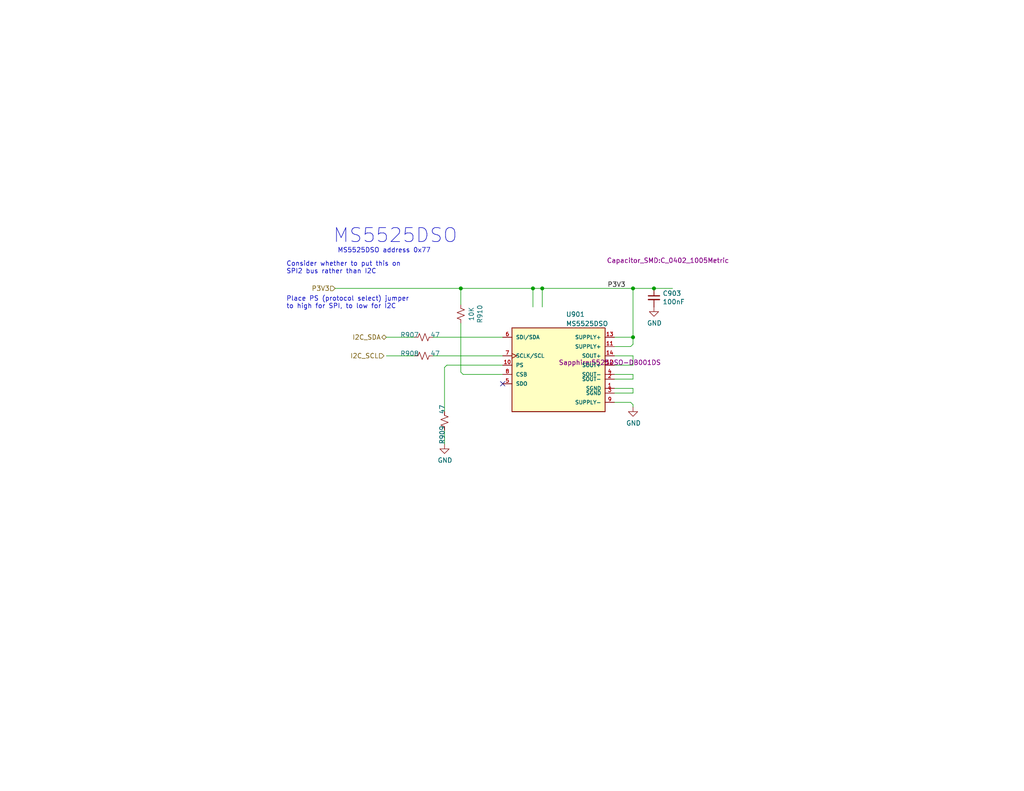
<source format=kicad_sch>
(kicad_sch (version 20211123) (generator eeschema)
  (paper "A")
  (lib_symbols
    (symbol "Device:C_Small" (pin_numbers hide) (pin_names (offset 0.254) hide)
      (property "Reference" "C" (at 0.254 1.778 0))
      (property "Value" "C_Small" (at 0.254 -2.032 0))
      (symbol "C_Small_0_1"
        (polyline (pts (xy -1.524 -0.508) (xy 1.524 -0.508)) (stroke (width 0.3302)))
        (polyline (pts (xy -1.524 0.508) (xy 1.524 0.508)) (stroke (width 0.3048)))
      )
      (symbol "C_Small_1_1"
        (pin passive line (at 0 2.54 270) (length 2.032) (name "~") (number "1"))
        (pin passive line (at 0 -2.54 90) (length 2.032) (name "~") (number "2"))
      )
    )
    (symbol "Device:R_Small_US" (pin_numbers hide) (pin_names (offset 0.254) hide)
      (property "Reference" "R" (at 0.762 0.508 0))
      (property "Value" "R_Small_US" (at 0.762 -1.016 0))
      (symbol "R_Small_US_1_1"
        (polyline (pts (xy 0 0) (xy 1.016 -0.381) (xy 0 -0.762) (xy -1.016 -1.143) (xy 0 -1.524)))
        (polyline (pts (xy 0 1.524) (xy 1.016 1.143) (xy 0 0.762) (xy -1.016 0.381) (xy 0 0)))
        (pin passive line (at 0 2.54 270) (length 1.016) (name "~") (number "1"))
        (pin passive line (at 0 -2.54 90) (length 1.016) (name "~") (number "2"))
      )
    )
    (symbol "power:GND" (power) (pin_names (offset 0))
      (property "Value" "GND" (at 0 -3.81 0))
      (symbol "GND_0_1"
        (polyline (pts (xy 0 0) (xy 0 -1.27) (xy 1.27 -1.27) (xy 0 -2.54) (xy -1.27 -1.27) (xy 0 -1.27)))
      )
      (symbol "GND_1_1"
        (pin power_in line (at 0 0 270) (length 0) hide (name "GND") (number "1"))
      )
    )
    (symbol "sapphireMini:5525DSO-DB001DS" (pin_names (offset 1.016))
      (property "Reference" "U" (at -12.7254 10.1854 0))
      (property "Value" "5525DSO-DB001DS" (at -12.7254 -15.2654 0))
      (symbol "5525DSO-DB001DS_0_0"
        (rectangle (start -12.7 -12.7) (end 12.7 10.16) (stroke (width 0.254)) (fill (type background)))
        (pin power_in line (at 15.24 -6.35 180) (length 2.54) (name "SGND") (number "1"))
        (pin bidirectional line (at -15.24 0 0) (length 2.54) (name "PS") (number "10"))
        (pin power_in line (at 15.24 5.08 180) (length 2.54) (name "SUPPLY+") (number "11"))
        (pin output line (at 15.24 0 180) (length 2.54) (name "SOUT+") (number "12"))
        (pin power_in line (at 15.24 7.62 180) (length 2.54) (name "SUPPLY+") (number "13"))
        (pin output line (at 15.24 2.54 180) (length 2.54) (name "SOUT+") (number "14"))
        (pin output line (at 15.24 -3.81 180) (length 2.54) (name "SOUT-") (number "2"))
        (pin power_in line (at 15.24 -7.62 180) (length 2.54) (name "SGND") (number "3"))
        (pin output line (at 15.24 -2.54 180) (length 2.54) (name "SOUT-") (number "4"))
        (pin output line (at -15.24 -5.08 0) (length 2.54) (name "SDO") (number "5"))
        (pin input line (at -15.24 7.62 0) (length 2.54) (name "SDI/SDA") (number "6"))
        (pin input clock (at -15.24 2.54 0) (length 2.54) (name "SCLK/SCL") (number "7"))
        (pin bidirectional line (at -15.24 -2.54 0) (length 2.54) (name "CSB") (number "8"))
        (pin power_in line (at 15.24 -10.16 180) (length 2.54) (name "SUPPLY-") (number "9"))
      )
    )
  )
  (junction (at 172.72 92.075))
  (junction (at 172.72 78.74))
  (junction (at 178.435 78.74))
  (junction (at 145.415 78.74))
  (junction (at 147.955 78.74))
  (junction (at 125.73 78.74))
  (no_connect (at 137.16 104.775))
  (wire (pts (xy 167.64 92.075) (xy 172.72 92.075)))
  (wire (pts (xy 167.64 97.155) (xy 172.72 97.155)))
  (wire (pts (xy 172.72 92.075) (xy 172.72 78.74)))
  (wire (pts (xy 125.73 88.265) (xy 125.73 101.6)))
  (wire (pts (xy 145.415 83.82) (xy 145.415 78.74)))
  (wire (pts (xy 172.72 110.49) (xy 172.72 111.125)))
  (wire (pts (xy 118.11 92.075) (xy 137.16 92.075)))
  (wire (pts (xy 172.72 78.74) (xy 178.435 78.74)))
  (wire (pts (xy 105.41 92.075) (xy 113.03 92.075)))
  (wire (pts (xy 91.44 78.74) (xy 125.73 78.74)))
  (wire (pts (xy 137.16 102.235) (xy 126.365 102.235)))
  (wire (pts (xy 172.085 109.855) (xy 172.72 110.49)))
  (wire (pts (xy 167.64 109.855) (xy 172.085 109.855)))
  (wire (pts (xy 145.415 78.74) (xy 147.955 78.74)))
  (wire (pts (xy 105.41 97.155) (xy 113.03 97.155)))
  (wire (pts (xy 167.64 94.615) (xy 172.085 94.615)))
  (wire (pts (xy 172.72 97.155) (xy 172.72 99.695)))
  (wire (pts (xy 167.64 102.235) (xy 172.72 102.235)))
  (wire (pts (xy 172.72 106.045) (xy 172.72 107.315)))
  (wire (pts (xy 147.955 78.74) (xy 172.72 78.74)))
  (wire (pts (xy 121.92 99.695) (xy 121.285 100.33)))
  (wire (pts (xy 121.285 100.33) (xy 121.285 112.395)))
  (wire (pts (xy 172.72 103.505) (xy 167.64 103.505)))
  (wire (pts (xy 121.285 117.475) (xy 121.285 121.285)))
  (wire (pts (xy 118.11 97.155) (xy 137.16 97.155)))
  (wire (pts (xy 137.16 99.695) (xy 121.92 99.695)))
  (wire (pts (xy 172.72 107.315) (xy 167.64 107.315)))
  (wire (pts (xy 172.72 99.695) (xy 167.64 99.695)))
  (wire (pts (xy 125.73 83.185) (xy 125.73 78.74)))
  (wire (pts (xy 147.955 83.82) (xy 147.955 78.74)))
  (wire (pts (xy 172.72 102.235) (xy 172.72 103.505)))
  (wire (pts (xy 172.085 94.615) (xy 172.72 93.98)))
  (wire (pts (xy 167.64 106.045) (xy 172.72 106.045)))
  (wire (pts (xy 126.365 102.235) (xy 125.73 101.6)))
  (wire (pts (xy 172.72 93.98) (xy 172.72 92.075)))
  (wire (pts (xy 125.73 78.74) (xy 145.415 78.74)))
  (wire (pts (xy 178.435 78.74) (xy 183.515 78.74)))
  (text "MS5525DSO address 0x77" (at 92.075 69.215 0) (effects (font (size 1.27 1.27)) (justify left bottom)))
  (text "Place PS (protocol select) jumper\nto high for SPI, to low for I2C" (at 78.105 84.455 0) (effects (font (size 1.27 1.27)) (justify left bottom)))
  (text "Consider whether to put this on\nSPI2 bus rather than I2C" (at 78.105 74.93 0) (effects (font (size 1.27 1.27)) (justify left bottom)))
  (text "MS5525DSO" (at 90.805 66.675 0) (effects (font (size 3.81 3.81)) (justify left bottom)))
  (label "P3V3" (at 165.735 78.74 0))
  (hierarchical_label "I2C_SDA" (shape bidirectional) (at 105.41 92.075 180))
  (hierarchical_label "P3V3" (shape input) (at 91.44 78.74 180))
  (hierarchical_label "I2C_SCL" (shape input) (at 104.775 97.155 180))
  (symbol (lib_id "Device:R_Small_US") (at 125.73 85.725 180) (unit 1)
    (property "Reference" "R910" (at 130.937 85.725 90))
    (property "Value" "10K" (at 128.6256 85.725 90))
    (property "Footprint" "Resistor_SMD:R_0603_1608Metric" (effects hide))
    (property "DigiKey Price" "0.05" (effects hide))
    (property "MPN" "CRCW060347R0FKEAC" (effects hide))
    (property "Manufacturer" "Vishay" (effects hide))
    (property "Tolerance" "5%" (effects hide))
    (property "Populate" "1" (effects hide))
    (property "MacroFab_PN" "MF-RES-0603-47" (effects hide))
    (property "Digi-Key_PN" "541-5440-1-ND" (effects hide))
    (property "Distributor" "Digikey" (effects hide))
    (property "DPN" "541-5440-1-ND" (effects hide))
    (property "Description" "47 Ohms ±1% 0.1W, 1/10W Chip Resistor 0603" (effects hide))
  )
  (symbol (lib_id "Device:R_Small_US") (at 115.57 92.075 270) (unit 1)
    (property "Reference" "R907" (at 111.76 91.44 90))
    (property "Value" "47" (at 118.745 91.44 90))
    (property "Footprint" "Resistor_SMD:R_0603_1608Metric" (effects hide))
    (property "DigiKey Price" "0.05" (effects hide))
    (property "MPN" "CRCW060347R0FKEAC" (effects hide))
    (property "Manufacturer" "Vishay" (effects hide))
    (property "Tolerance" "5%" (effects hide))
    (property "Populate" "1" (effects hide))
    (property "MacroFab_PN" "MF-RES-0603-47" (effects hide))
    (property "Digi-Key_PN" "541-5440-1-ND" (effects hide))
    (property "Distributor" "Digikey" (effects hide))
    (property "DPN" "541-5440-1-ND" (effects hide))
    (property "Description" "47 Ohms ±1% 0.1W, 1/10W Chip Resistor 0603" (effects hide))
  )
  (symbol (lib_id "power:GND") (at 121.285 121.285 0) (unit 1)
    (property "Reference" "#PWR0904" (effects hide))
    (property "Value" "GND" (at 121.412 125.6792 0))
  )
  (symbol (lib_id "power:GND") (at 178.435 83.82 0) (unit 1)
    (property "Reference" "#PWR0906" (effects hide))
    (property "Value" "GND" (at 178.562 88.2142 0))
  )
  (symbol (lib_id "Device:R_Small_US") (at 115.57 97.155 270) (unit 1)
    (property "Reference" "R908" (at 111.76 96.52 90))
    (property "Value" "47" (at 118.745 96.52 90))
    (property "Footprint" "Resistor_SMD:R_0603_1608Metric" (effects hide))
    (property "DigiKey Price" "0.05" (effects hide))
    (property "MPN" "CRCW060347R0FKEAC" (effects hide))
    (property "Manufacturer" "Vishay" (effects hide))
    (property "Tolerance" "5%" (effects hide))
    (property "Populate" "1" (effects hide))
    (property "MacroFab_PN" "MF-RES-0603-47" (effects hide))
    (property "Digi-Key_PN" "541-5440-1-ND" (effects hide))
    (property "Distributor" "Digikey" (effects hide))
    (property "DPN" "541-5440-1-ND" (effects hide))
    (property "Description" "47 Ohms ±1% 0.1W, 1/10W Chip Resistor 0603" (effects hide))
  )
  (symbol (lib_id "Device:C_Small") (at 178.435 81.28 0) (unit 1)
    (property "Reference" "C903" (at 180.7718 80.1116 0) (effects (justify left)))
    (property "Value" "100nF" (at 180.7718 82.423 0) (effects (justify left)))
    (property "Footprint" "Capacitor_SMD:C_0402_1005Metric" (at 182.245 71.12 0))
    (property "DigiKey Price" "0.10" (effects hide))
    (property "MPN" "CL05A104KA5NNNC" (effects hide))
    (property "Manufacturer" "Samsung" (effects hide))
    (property "Tolerance" "10%" (effects hide))
    (property "Voltage" "25" (effects hide))
    (property "Voltage Rating (DC)" "25 volt" (effects hide))
    (property "Populate" "1" (effects hide))
    (property "MacroFab_PN" "MF-CAP-0603-0.1uF" (effects hide))
    (property "Digi-Key_PN" "1276-1006-1-ND " (effects hide))
    (property "Distributor" "Digikey" (effects hide))
    (property "DPN" "1276-1006-1-ND " (effects hide))
    (property "Description" "0.1 µF ±10% 25V Ceramic Capacitor X5R 0402 (1005 Metric)" (effects hide))
  )
  (symbol (lib_id "Device:R_Small_US") (at 121.285 114.935 0) (unit 1)
    (property "Reference" "R909" (at 120.65 118.745 90))
    (property "Value" "47" (at 120.65 111.76 90))
    (property "Footprint" "Resistor_SMD:R_0603_1608Metric" (effects hide))
    (property "DigiKey Price" "0.05" (effects hide))
    (property "MPN" "CRCW060347R0FKEAC" (effects hide))
    (property "Manufacturer" "Vishay" (effects hide))
    (property "Tolerance" "5%" (effects hide))
    (property "Populate" "1" (effects hide))
    (property "MacroFab_PN" "MF-RES-0603-47" (effects hide))
    (property "Digi-Key_PN" "541-5440-1-ND" (effects hide))
    (property "Distributor" "Digikey" (effects hide))
    (property "DPN" "541-5440-1-ND" (effects hide))
    (property "Description" "47 Ohms ±1% 0.1W, 1/10W Chip Resistor 0603" (effects hide))
  )
  (symbol (lib_id "power:GND") (at 172.72 111.125 0) (unit 1)
    (property "Reference" "#PWR0106" (effects hide))
    (property "Value" "GND" (at 172.847 115.5192 0))
  )
  (symbol (lib_id "sapphireMini:5525DSO-DB001DS") (at 152.4 99.695 0) (unit 1)
    (property "Reference" "U901" (at 154.4194 85.8352 0) (effects (justify left)))
    (property "Value" "MS5525DSO" (at 154.4194 88.3721 0) (effects (justify left)))
    (property "Footprint" "Sapphire:5525DSO-DB001DS" (at 152.4 99.695 0) (effects (justify left bottom)))
    (property "Datasheet" "https://www.te.com/commerce/DocumentDelivery/DDEController?Action=srchrtrv&DocNm=MS5525DSO&DocType=DS&DocLang=English" (effects hide))
    (property "Description" "Pressure Sensor 1PSI (6.89kPa) Differential Male - 0.12\" (3mm) Tube, Dual 24 b 14-SMD Module" (effects hide))
    (property "MPN" "5525DSO-DB001DS" (effects hide))
    (property "Comment" "5525DSO-DB001DS" (effects hide))
  )
)
</source>
